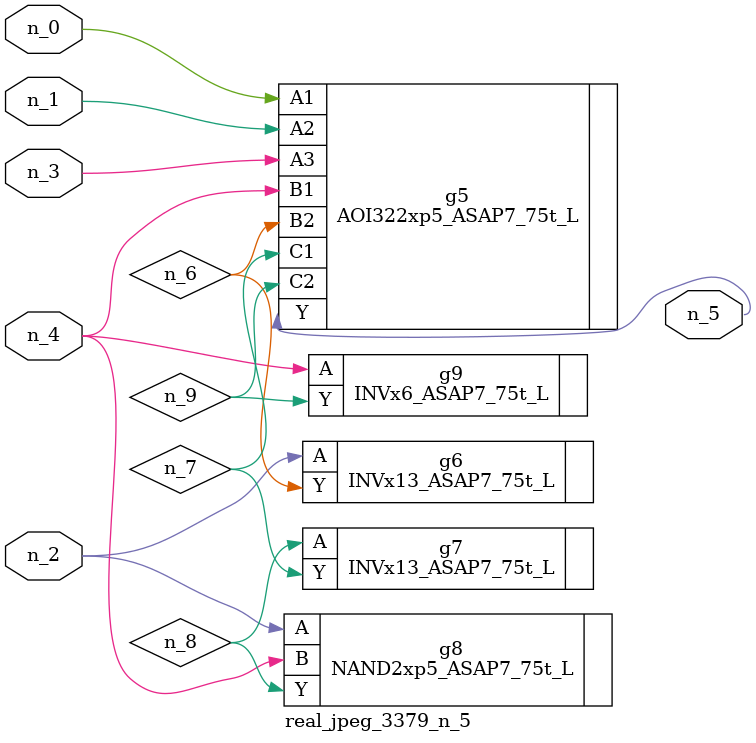
<source format=v>
module real_jpeg_3379_n_5 (n_4, n_0, n_1, n_2, n_3, n_5);

input n_4;
input n_0;
input n_1;
input n_2;
input n_3;

output n_5;

wire n_8;
wire n_6;
wire n_7;
wire n_9;

AOI322xp5_ASAP7_75t_L g5 ( 
.A1(n_0),
.A2(n_1),
.A3(n_3),
.B1(n_4),
.B2(n_6),
.C1(n_7),
.C2(n_9),
.Y(n_5)
);

INVx13_ASAP7_75t_L g6 ( 
.A(n_2),
.Y(n_6)
);

NAND2xp5_ASAP7_75t_L g8 ( 
.A(n_2),
.B(n_4),
.Y(n_8)
);

INVx6_ASAP7_75t_L g9 ( 
.A(n_4),
.Y(n_9)
);

INVx13_ASAP7_75t_L g7 ( 
.A(n_8),
.Y(n_7)
);


endmodule
</source>
